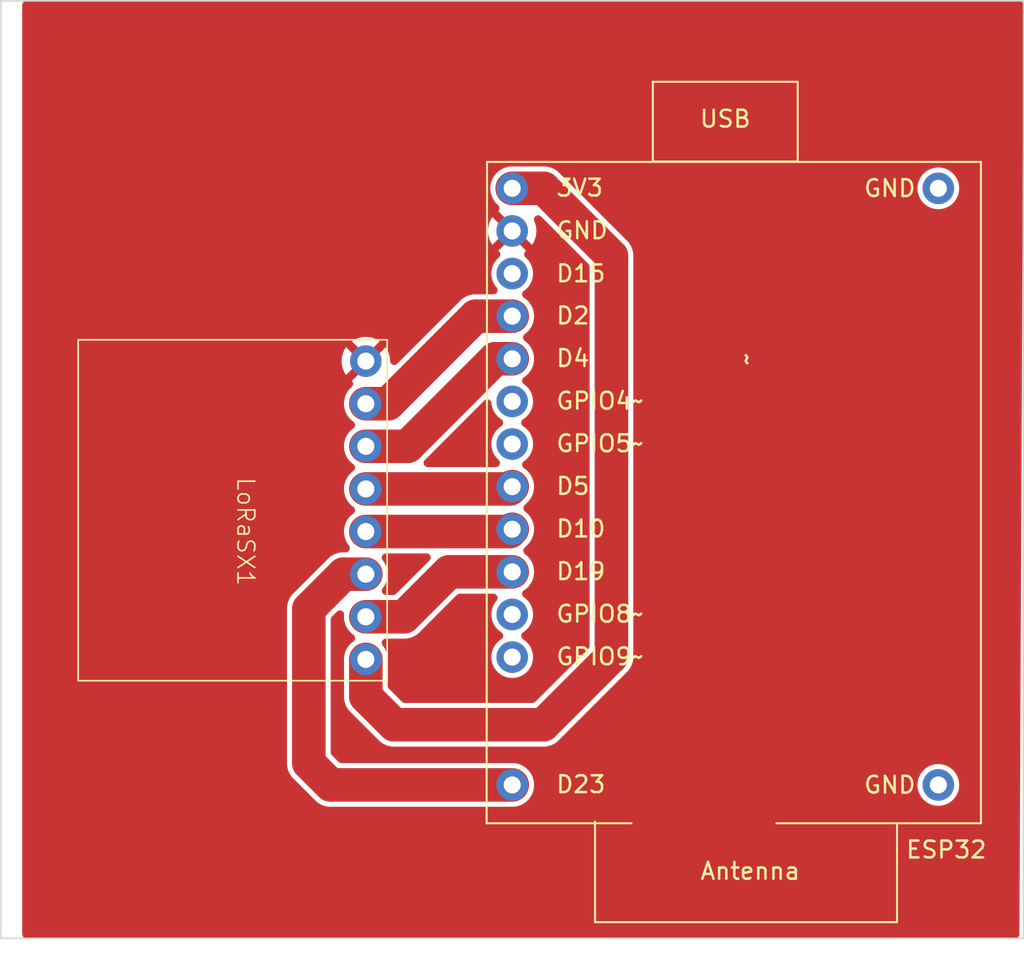
<source format=kicad_pcb>
(kicad_pcb (version 20221018) (generator pcbnew)
  (layers (0 "F.Cu" signal) (31 "B.Cu" signal) (34 "B.Paste" user) (35 "F.Paste" user) (36 "B.SilkS" user "B.Silkscreen") (37 "F.SilkS" user "F.Silkscreen") (38 "B.Mask" user) (39 "F.Mask" user) (44 "Edge.Cuts" user))
  (net 0 "")
  (net 1 "Net-(ESP32-3.3V)")
  (net 2 "Net-(ESP32-GND)")
  (net 3 "Net-(ESP32-DIO0)")
  (net 7 "Net-(ESP32-NSS)")
  (net 8 "Net-(ESP32-SLCK)")
  (net 9 "Net-(ESP32-MISO)")
  (net 12 "Net-(ESP32-MOSI)")
  (net 15 "Net-(LoRaSX1-DIO0)")
  (footprint "tesis:LoRaSx1278" (layer "F.Cu") (at 120.81526 92.59329 -90)
    (fp_text reference "LoRaSX1" (at 0 -0.46 -90 unlocked) (layer "F.SilkS") (effects (font (thickness 0.1))))
    (fp_text value "~")
    (fp_rect (start -11.43 -8.89) (end 8.89 9.525) (stroke (width 0.1)) (fill none) (layer "F.SilkS"))
    (pad "1" thru_hole circle (at -10.16 -7.62 270) (size 1.8796 1.8796) (drill 1.016) (layers "*.Cu" "*.Mask") (net 2 "Net-(ESP32-GND)"))
    (pad "2" thru_hole circle (at -7.62 -7.62 270) (size 1.8796 1.8796) (drill 1.016) (layers "*.Cu" "*.Mask") (net 3 "Net-(ESP32-DIO0)"))
    (pad "3" thru_hole circle (at -5.08 -7.62 270) (size 1.8796 1.8796) (drill 1.016) (layers "*.Cu" "*.Mask") (net 15 "Net-(LoRaSX1-DIO0)"))
    (pad "4" thru_hole circle (at -2.54 -7.62 270) (size 1.8796 1.8796) (drill 1.016) (layers "*.Cu" "*.Mask") (net 7 "Net-(ESP32-NSS)"))
    (pad "5" thru_hole circle (at 0 -7.62 270) (size 1.8796 1.8796) (drill 1.016) (layers "*.Cu" "*.Mask") (net 8 "Net-(ESP32-SLCK)"))
    (pad "6" thru_hole circle (at 2.54 -7.62 270) (size 1.8796 1.8796) (drill 1.016) (layers "*.Cu" "*.Mask") (net 12 "Net-(ESP32-MOSI)"))
    (pad "7" thru_hole circle (at 5.08 -7.62 270) (size 1.8796 1.8796) (drill 1.016) (layers "*.Cu" "*.Mask") (net 9 "Net-(ESP32-MISO)"))
    (pad "8" thru_hole circle (at 7.62 -7.62 270) (size 1.8796 1.8796) (drill 1.016) (layers "*.Cu" "*.Mask") (net 1 "Net-(ESP32-3.3V)"))
  )
  (footprint "Espressif:ESP32-C3-DevKitC-02" (layer "F.Cu") (at 137.16 72.136)
    (fp_text reference "ESP32" (at 25.87604 39.422651) (layer "F.SilkS"))
    (fp_text value "~" (at 13.94 10.16 -90) (layer "F.SilkS"))
    (fp_text user "GPIO4~" (at 2.54 12.670362 unlocked) (layer "F.SilkS") (effects (justify left)))
    (fp_text user "D4" (at 2.54 10.130362 unlocked) (layer "F.SilkS") (effects (justify left)))
    (fp_text user "D2" (at 2.54 7.590362 unlocked) (layer "F.SilkS") (effects (justify left)))
    (fp_text user "Antenna" (at 14.19204 40.692651 unlocked) (layer "F.SilkS"))
    (fp_text user "USB" (at 12.7 -3.556 unlocked) (layer "F.SilkS") (effects (justify bottom)))
    (fp_text user "GPIO5~" (at 2.54 15.210362 unlocked) (layer "F.SilkS") (effects (justify left)))
    (fp_text user "D23" (at 2.54 35.530362 unlocked) (layer "F.SilkS") (effects (justify left)))
    (fp_text user "3V3" (at 2.54 -0.029638 unlocked) (layer "F.SilkS") (effects (justify left)))
    (fp_text user "D15" (at 2.54 5.08 unlocked) (layer "F.SilkS") (effects (justify left)))
    (fp_text user "GPIO9~" (at 2.54 27.910362 unlocked) (layer "F.SilkS") (effects (justify left)))
    (fp_text user "GPIO8~" (at 2.54 25.370362 unlocked) (layer "F.SilkS") (effects (justify left)))
    (fp_text user "D10" (at 2.54 20.290362 unlocked) (layer "F.SilkS") (effects (justify left)))
    (fp_text user "D5" (at 2.54 17.750362 unlocked) (layer "F.SilkS") (effects (justify left)))
    (fp_text user "GND" (at 2.54 2.510362 unlocked) (layer "F.SilkS") (effects (justify left)))
    (fp_text user "GND" (at 24.13 0 unlocked) (layer "F.SilkS") (effects (justify right)))
    (fp_text user "D19" (at 2.54 22.830362 unlocked) (layer "F.SilkS") (effects (justify left)))
    (fp_text user "GND" (at 24.13 35.56 unlocked) (layer "F.SilkS") (effects (justify right)))
    (fp_line (start -1.524 37.846) (end 7.112 37.846) (stroke (width 0.12)) (layer "F.SilkS"))
    (fp_line (start -1.5 -1.575) (end -1.524 37.846) (stroke (width 0.12)) (layer "F.SilkS"))
    (fp_line (start 4.93804 37.740651) (end 4.93804 43.740651) (stroke (width 0.12)) (layer "F.SilkS"))
    (fp_line (start 4.93804 43.740651) (end 22.93804 43.740651) (stroke (width 0.12)) (layer "F.SilkS"))
    (fp_line (start 22.93804 43.740651) (end 22.93804 37.946651) (stroke (width 0.12)) (layer "F.SilkS"))
    (fp_line (start 27.94 -1.575) (end -1.5 -1.575) (stroke (width 0.12)) (layer "F.SilkS"))
    (fp_line (start 27.94 37.846) (end 15.748 37.846) (stroke (width 0.12)) (layer "F.SilkS"))
    (fp_line (start 27.94 37.846) (end 27.94 -1.575) (stroke (width 0.12)) (layer "F.SilkS"))
    (fp_rect (start 8.382 -6.35) (end 17.018 -1.6002) (stroke (width 0.12)) (fill none) (layer "F.SilkS"))
    (pad "1" thru_hole circle (at 0 0 270) (size 1.8796 1.8796) (drill 1.016) (layers "*.Cu" "*.Mask") (net 1 "Net-(ESP32-3.3V)"))
    (pad "2" thru_hole circle (at 0 2.54 270) (size 1.8796 1.8796) (drill 1.016) (layers "*.Cu" "*.Mask") (net 2 "Net-(ESP32-GND)"))
    (pad "3" thru_hole circle (at 0 5.08 270) (size 1.8796 1.8796) (drill 1.016) (layers "*.Cu" "*.Mask"))
    (pad "4" thru_hole circle (at 0 7.62 270) (size 1.8796 1.8796) (drill 1.016) (layers "*.Cu" "*.Mask") (net 3 "Net-(ESP32-DIO0)"))
    (pad "5" thru_hole circle (at 0 10.16 270) (size 1.8796 1.8796) (drill 1.016) (layers "*.Cu" "*.Mask") (net 15 "Net-(LoRaSX1-DIO0)"))
    (pad "6" thru_hole circle (at 0 12.7 270) (size 1.8796 1.8796) (drill 1.016) (layers "*.Cu" "*.Mask"))
    (pad "7" thru_hole circle (at 0 15.24 270) (size 1.8796 1.8796) (drill 1.016) (layers "*.Cu" "*.Mask"))
    (pad "8" thru_hole circle (at 0 17.78 270) (size 1.8796 1.8796) (drill 1.016) (layers "*.Cu" "*.Mask") (net 7 "Net-(ESP32-NSS)"))
    (pad "9" thru_hole circle (at 0 20.32 270) (size 1.8796 1.8796) (drill 1.016) (layers "*.Cu" "*.Mask") (net 8 "Net-(ESP32-SLCK)"))
    (pad "10" thru_hole circle (at 0 22.86 270) (size 1.8796 1.8796) (drill 1.016) (layers "*.Cu" "*.Mask") (net 9 "Net-(ESP32-MISO)"))
    (pad "11" thru_hole circle (at 0 25.4 270) (size 1.8796 1.8796) (drill 1.016) (layers "*.Cu" "*.Mask"))
    (pad "12" thru_hole circle (at 0 27.94 270) (size 1.8796 1.8796) (drill 1.016) (layers "*.Cu" "*.Mask"))
    (pad "15" thru_hole circle (at 0 35.56 270) (size 1.8796 1.8796) (drill 1.016) (layers "*.Cu" "*.Mask") (net 12 "Net-(ESP32-MOSI)"))
    (pad "16" thru_hole circle (at 25.4 35.56 270) (size 1.8796 1.8796) (drill 1.016) (layers "*.Cu" "*.Mask"))
    (pad "30" thru_hole circle (at 25.4 0 270) (size 1.8796 1.8796) (drill 1.016) (layers "*.Cu" "*.Mask"))
  )
  (gr_rect (start 106.68 60.96) (end 167.64 116.84) (stroke (width 0.1)) (fill none) (layer "Edge.Cuts"))
  (segment (start 143.07565 100.046362) (end 143.07565 76.170362) (width 2) (layer "F.Cu") (net 1))
  (segment (start 128.43526 102.423972) (end 130.12165 104.110362) (width 2) (layer "F.Cu") (net 1))
  (segment (start 139.01165 104.110362) (end 143.07565 100.046362) (width 2) (layer "F.Cu") (net 1))
  (segment (start 139.041288 72.136) (end 137.16 72.136) (width 2) (layer "F.Cu") (net 1))
  (segment (start 128.43526 100.21329) (end 128.43526 102.423972) (width 2) (layer "F.Cu") (net 1))
  (segment (start 143.07565 76.170362) (end 139.041288 72.136) (width 2) (layer "F.Cu") (net 1))
  (segment (start 130.12165 104.110362) (end 139.01165 104.110362) (width 2) (layer "F.Cu") (net 1))
  (segment (start 128.43526 84.97329) (end 129.764337 84.97329) (width 2) (layer "F.Cu") (net 3))
  (segment (start 129.764337 84.97329) (end 134.981627 79.756) (width 2) (layer "F.Cu") (net 3))
  (segment (start 134.981627 79.756) (end 137.16 79.756) (width 2) (layer "F.Cu") (net 3))
  (segment (start 128.43526 90.05329) (end 137.02271 90.05329) (width 2) (layer "F.Cu") (net 7))
  (segment (start 137.02271 90.05329) (end 137.16 89.916) (width 2) (layer "F.Cu") (net 7))
  (segment (start 137.02271 92.59329) (end 137.16 92.456) (width 2) (layer "F.Cu") (net 8))
  (segment (start 128.43526 92.59329) (end 137.02271 92.59329) (width 2) (layer "F.Cu") (net 8))
  (segment (start 130.716722 97.67329) (end 133.394012 94.996) (width 2) (layer "F.Cu") (net 9))
  (segment (start 128.43526 97.67329) (end 130.716722 97.67329) (width 2) (layer "F.Cu") (net 9))
  (segment (start 133.394012 94.996) (end 137.16 94.996) (width 2) (layer "F.Cu") (net 9))
  (segment (start 125.038574 106.396362) (end 126.338212 107.696) (width 2) (layer "F.Cu") (net 12))
  (segment (start 128.43526 95.13329) (end 127.106183 95.13329) (width 2) (layer "F.Cu") (net 12))
  (segment (start 127.106183 95.13329) (end 125.038574 97.200899) (width 2) (layer "F.Cu") (net 12))
  (segment (start 125.038574 97.200899) (end 125.038574 106.396362) (width 2) (layer "F.Cu") (net 12))
  (segment (start 126.338212 107.696) (end 137.16 107.696) (width 2) (layer "F.Cu") (net 12))
  (segment (start 130.92671 87.51329) (end 136.144 82.296) (width 2) (layer "F.Cu") (net 15))
  (segment (start 136.144 82.296) (end 137.16 82.296) (width 2) (layer "F.Cu") (net 15))
  (segment (start 128.43526 87.51329) (end 130.92671 87.51329) (width 2) (layer "F.Cu") (net 15))
  (zone (net 2) (net_name "Net-(ESP32-GND)") (layer "F.Cu") (connect_pads (clearance 0.3)) (min_thickness 0.5) (fill yes (thermal_gap 0.5) (thermal_bridge_width 0.5) (island_removal_mode 1) (island_area_min 10))
    (polygon (pts (xy 107.95 60.96) (xy 167.64 60.96) (xy 167.386 118.11) (xy 107.95 118.11)))
  )
)
</source>
